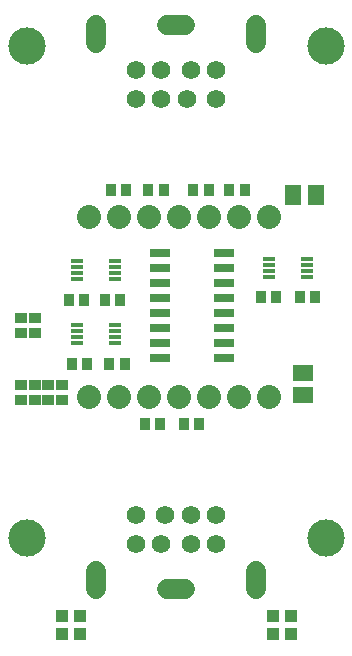
<source format=gbr>
G04 EAGLE Gerber RS-274X export*
G75*
%MOMM*%
%FSLAX34Y34*%
%LPD*%
%INSoldermask Top*%
%IPPOS*%
%AMOC8*
5,1,8,0,0,1.08239X$1,22.5*%
G01*
%ADD10C,3.152400*%
%ADD11C,1.560400*%
%ADD12C,1.652400*%
%ADD13R,1.002400X0.452400*%
%ADD14R,1.052400X0.852400*%
%ADD15R,0.852400X1.052400*%
%ADD16R,1.677400X0.802400*%
%ADD17R,1.452400X1.652400*%
%ADD18R,1.102400X1.052400*%
%ADD19C,2.032000*%
%ADD20R,1.652400X1.452400*%


D10*
X54610Y508000D03*
X307340Y508000D03*
X54610Y91440D03*
X307340Y91440D03*
D11*
X193848Y86310D03*
X167848Y86310D03*
X214848Y86310D03*
X193848Y111310D03*
X146848Y86310D03*
X214848Y111310D03*
X171848Y111310D03*
X146848Y111310D03*
D12*
X173348Y48310D02*
X188348Y48310D01*
X248348Y48810D02*
X248348Y63810D01*
X113348Y63810D02*
X113348Y48810D01*
D13*
X291340Y312540D03*
X291340Y317540D03*
X291340Y322540D03*
X291340Y327540D03*
X259840Y327540D03*
X259840Y322540D03*
X259840Y317540D03*
X259840Y312540D03*
D14*
X60960Y278280D03*
X60960Y265280D03*
D11*
X167848Y488238D03*
X193848Y488238D03*
X146848Y488238D03*
X167848Y463238D03*
X214848Y488238D03*
X146848Y463238D03*
X189848Y463238D03*
X214848Y463238D03*
D12*
X188348Y526238D02*
X173348Y526238D01*
X113348Y525738D02*
X113348Y510738D01*
X248348Y510738D02*
X248348Y525738D01*
D13*
X128780Y256660D03*
X128780Y261660D03*
X128780Y266660D03*
X128780Y271660D03*
X97280Y271660D03*
X97280Y266660D03*
X97280Y261660D03*
X97280Y256660D03*
D15*
X187302Y187960D03*
X200302Y187960D03*
X298600Y295910D03*
X285600Y295910D03*
X252580Y295910D03*
X265580Y295910D03*
X137310Y238760D03*
X124310Y238760D03*
X92560Y238760D03*
X105560Y238760D03*
X154536Y187960D03*
X167536Y187960D03*
D16*
X221430Y243840D03*
X221430Y256540D03*
X221430Y269240D03*
X221430Y281940D03*
X221430Y294640D03*
X221430Y307340D03*
X221430Y320040D03*
X221430Y332740D03*
X167190Y332740D03*
X167190Y320040D03*
X167190Y307340D03*
X167190Y294640D03*
X167190Y281940D03*
X167190Y269240D03*
X167190Y256540D03*
X167190Y243840D03*
D15*
X170330Y386080D03*
X157330Y386080D03*
X138580Y386080D03*
X125580Y386080D03*
X195430Y386080D03*
X208430Y386080D03*
X225910Y386080D03*
X238910Y386080D03*
D14*
X49530Y221130D03*
X49530Y208130D03*
X60960Y221130D03*
X60960Y208130D03*
X72390Y221130D03*
X72390Y208130D03*
X83820Y221130D03*
X83820Y208130D03*
D13*
X128780Y311270D03*
X128780Y316270D03*
X128780Y321270D03*
X128780Y326270D03*
X97280Y326270D03*
X97280Y321270D03*
X97280Y316270D03*
X97280Y311270D03*
D15*
X133500Y293370D03*
X120500Y293370D03*
X90020Y293370D03*
X103020Y293370D03*
D17*
X299060Y382270D03*
X280060Y382270D03*
D18*
X99060Y10280D03*
X99060Y25280D03*
X278130Y10280D03*
X278130Y25280D03*
X262890Y10280D03*
X262890Y25280D03*
D19*
X106680Y363220D03*
X132080Y363220D03*
X157480Y363220D03*
X182880Y363220D03*
X208280Y363220D03*
X233680Y363220D03*
X259080Y363220D03*
X106680Y210820D03*
X132080Y210820D03*
X157480Y210820D03*
X182880Y210820D03*
X208280Y210820D03*
X233680Y210820D03*
X259080Y210820D03*
D14*
X49530Y278280D03*
X49530Y265280D03*
D20*
X288290Y212750D03*
X288290Y231750D03*
D18*
X83820Y10280D03*
X83820Y25280D03*
M02*

</source>
